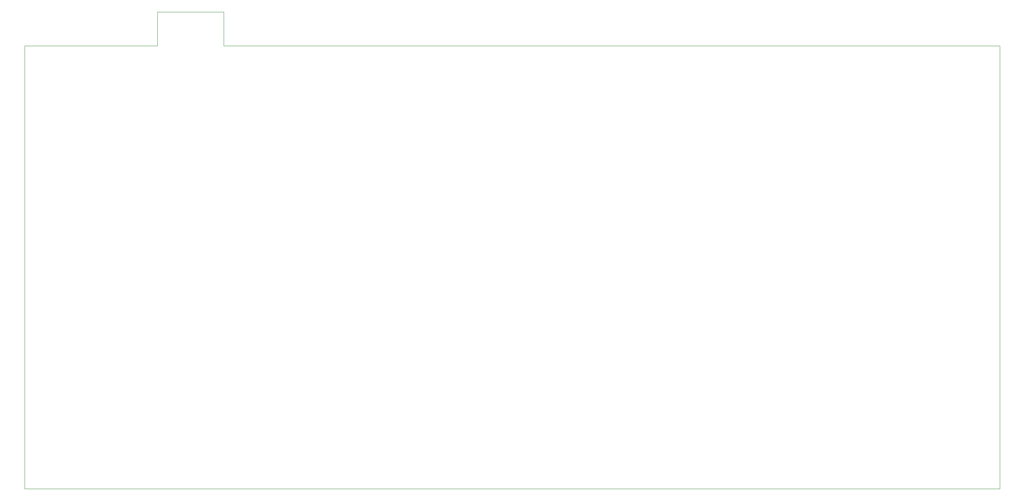
<source format=gbr>
G04 #@! TF.GenerationSoftware,KiCad,Pcbnew,(5.1.5)-3*
G04 #@! TF.CreationDate,2020-09-23T00:09:50-07:00*
G04 #@! TF.ProjectId,keyboard,6b657962-6f61-4726-942e-6b696361645f,rev?*
G04 #@! TF.SameCoordinates,Original*
G04 #@! TF.FileFunction,Profile,NP*
%FSLAX46Y46*%
G04 Gerber Fmt 4.6, Leading zero omitted, Abs format (unit mm)*
G04 Created by KiCad (PCBNEW (5.1.5)-3) date 2020-09-23 00:09:50*
%MOMM*%
%LPD*%
G04 APERTURE LIST*
%ADD10C,0.100000*%
G04 APERTURE END LIST*
D10*
X177006250Y33337500D02*
X177000000Y41010000D01*
X161930000Y41010000D02*
X177000000Y41010000D01*
X161925000Y33337500D02*
X161930000Y41010000D01*
X131762500Y33337500D02*
X131762500Y-67468750D01*
X161925000Y33337500D02*
X131762500Y33337500D01*
X353218750Y33337500D02*
X177006250Y33337500D01*
X353218750Y-67468750D02*
X353218750Y33337500D01*
X131762500Y-67468750D02*
X353218750Y-67468750D01*
M02*

</source>
